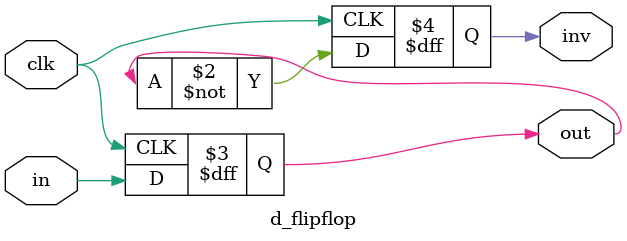
<source format=v>
module d_flipflop(out,inv,in,clk);

input in,clk;
output reg out,inv;

always @ (posedge clk)
begin
  out <= in;
  #5;
  inv <= ~out;
end

endmodule
</source>
